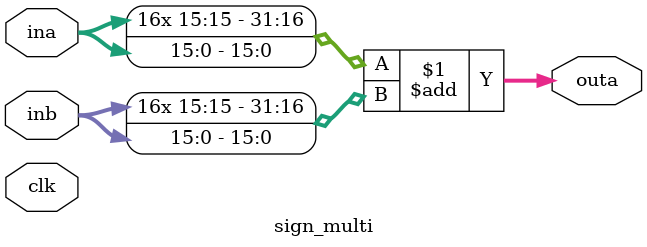
<source format=v>
`timescale 1ns / 1ps


module sign_multi(
	input 				clk,
	input 		[15:0]	ina,
	input		[15:0]	inb,

	output 		[31:0]	outa
    );

wire 			[31:0]	outa;

assign outa = $signed(ina) + $signed(inb);

endmodule

</source>
